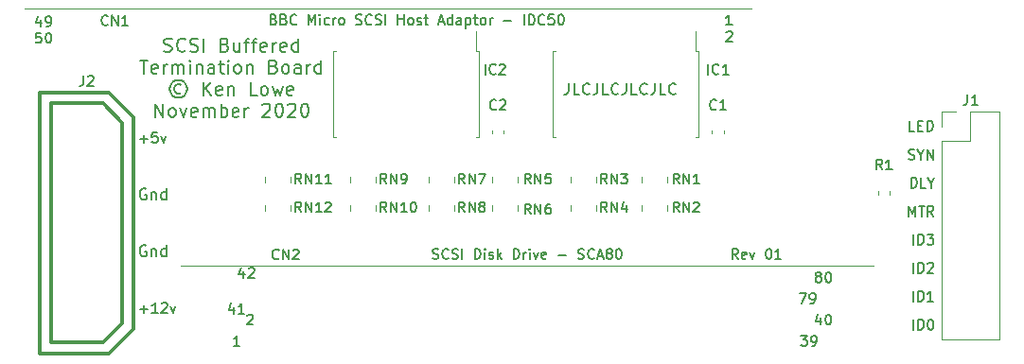
<source format=gbr>
G04 #@! TF.GenerationSoftware,KiCad,Pcbnew,(5.1.5)-3*
G04 #@! TF.CreationDate,2020-11-01T11:49:08+00:00*
G04 #@! TF.ProjectId,SCSIConnectorA,53435349-436f-46e6-9e65-63746f72412e,rev?*
G04 #@! TF.SameCoordinates,Original*
G04 #@! TF.FileFunction,Legend,Top*
G04 #@! TF.FilePolarity,Positive*
%FSLAX46Y46*%
G04 Gerber Fmt 4.6, Leading zero omitted, Abs format (unit mm)*
G04 Created by KiCad (PCBNEW (5.1.5)-3) date 2020-11-01 11:49:08*
%MOMM*%
%LPD*%
G04 APERTURE LIST*
%ADD10C,0.150000*%
%ADD11C,0.120000*%
%ADD12C,0.300000*%
G04 APERTURE END LIST*
D10*
X113512857Y-90482142D02*
X113512857Y-91082142D01*
X113298571Y-90139285D02*
X113084285Y-90782142D01*
X113641428Y-90782142D01*
X114455714Y-91082142D02*
X113941428Y-91082142D01*
X114198571Y-91082142D02*
X114198571Y-90182142D01*
X114112857Y-90310714D01*
X114027142Y-90396428D01*
X113941428Y-90439285D01*
X105126785Y-90659285D02*
X105812500Y-90659285D01*
X105469642Y-91002142D02*
X105469642Y-90316428D01*
X106712500Y-91002142D02*
X106198214Y-91002142D01*
X106455357Y-91002142D02*
X106455357Y-90102142D01*
X106369642Y-90230714D01*
X106283928Y-90316428D01*
X106198214Y-90359285D01*
X107055357Y-90187857D02*
X107098214Y-90145000D01*
X107183928Y-90102142D01*
X107398214Y-90102142D01*
X107483928Y-90145000D01*
X107526785Y-90187857D01*
X107569642Y-90273571D01*
X107569642Y-90359285D01*
X107526785Y-90487857D01*
X107012500Y-91002142D01*
X107569642Y-91002142D01*
X107869642Y-90402142D02*
X108083928Y-91002142D01*
X108298214Y-90402142D01*
X105674404Y-85015000D02*
X105579166Y-84967380D01*
X105436309Y-84967380D01*
X105293452Y-85015000D01*
X105198214Y-85110238D01*
X105150595Y-85205476D01*
X105102976Y-85395952D01*
X105102976Y-85538809D01*
X105150595Y-85729285D01*
X105198214Y-85824523D01*
X105293452Y-85919761D01*
X105436309Y-85967380D01*
X105531547Y-85967380D01*
X105674404Y-85919761D01*
X105722023Y-85872142D01*
X105722023Y-85538809D01*
X105531547Y-85538809D01*
X106150595Y-85300714D02*
X106150595Y-85967380D01*
X106150595Y-85395952D02*
X106198214Y-85348333D01*
X106293452Y-85300714D01*
X106436309Y-85300714D01*
X106531547Y-85348333D01*
X106579166Y-85443571D01*
X106579166Y-85967380D01*
X107483928Y-85967380D02*
X107483928Y-84967380D01*
X107483928Y-85919761D02*
X107388690Y-85967380D01*
X107198214Y-85967380D01*
X107102976Y-85919761D01*
X107055357Y-85872142D01*
X107007738Y-85776904D01*
X107007738Y-85491190D01*
X107055357Y-85395952D01*
X107102976Y-85348333D01*
X107198214Y-85300714D01*
X107388690Y-85300714D01*
X107483928Y-85348333D01*
X105674404Y-79935000D02*
X105579166Y-79887380D01*
X105436309Y-79887380D01*
X105293452Y-79935000D01*
X105198214Y-80030238D01*
X105150595Y-80125476D01*
X105102976Y-80315952D01*
X105102976Y-80458809D01*
X105150595Y-80649285D01*
X105198214Y-80744523D01*
X105293452Y-80839761D01*
X105436309Y-80887380D01*
X105531547Y-80887380D01*
X105674404Y-80839761D01*
X105722023Y-80792142D01*
X105722023Y-80458809D01*
X105531547Y-80458809D01*
X106150595Y-80220714D02*
X106150595Y-80887380D01*
X106150595Y-80315952D02*
X106198214Y-80268333D01*
X106293452Y-80220714D01*
X106436309Y-80220714D01*
X106531547Y-80268333D01*
X106579166Y-80363571D01*
X106579166Y-80887380D01*
X107483928Y-80887380D02*
X107483928Y-79887380D01*
X107483928Y-80839761D02*
X107388690Y-80887380D01*
X107198214Y-80887380D01*
X107102976Y-80839761D01*
X107055357Y-80792142D01*
X107007738Y-80696904D01*
X107007738Y-80411190D01*
X107055357Y-80315952D01*
X107102976Y-80268333D01*
X107198214Y-80220714D01*
X107388690Y-80220714D01*
X107483928Y-80268333D01*
X105126785Y-75419285D02*
X105812500Y-75419285D01*
X105469642Y-75762142D02*
X105469642Y-75076428D01*
X106669642Y-74862142D02*
X106241071Y-74862142D01*
X106198214Y-75290714D01*
X106241071Y-75247857D01*
X106326785Y-75205000D01*
X106541071Y-75205000D01*
X106626785Y-75247857D01*
X106669642Y-75290714D01*
X106712500Y-75376428D01*
X106712500Y-75590714D01*
X106669642Y-75676428D01*
X106626785Y-75719285D01*
X106541071Y-75762142D01*
X106326785Y-75762142D01*
X106241071Y-75719285D01*
X106198214Y-75676428D01*
X107012500Y-75162142D02*
X107226785Y-75762142D01*
X107441071Y-75162142D01*
X143490952Y-70462380D02*
X143490952Y-71176666D01*
X143443333Y-71319523D01*
X143348095Y-71414761D01*
X143205238Y-71462380D01*
X143110000Y-71462380D01*
X144443333Y-71462380D02*
X143967142Y-71462380D01*
X143967142Y-70462380D01*
X145348095Y-71367142D02*
X145300476Y-71414761D01*
X145157619Y-71462380D01*
X145062380Y-71462380D01*
X144919523Y-71414761D01*
X144824285Y-71319523D01*
X144776666Y-71224285D01*
X144729047Y-71033809D01*
X144729047Y-70890952D01*
X144776666Y-70700476D01*
X144824285Y-70605238D01*
X144919523Y-70510000D01*
X145062380Y-70462380D01*
X145157619Y-70462380D01*
X145300476Y-70510000D01*
X145348095Y-70557619D01*
X146062380Y-70462380D02*
X146062380Y-71176666D01*
X146014761Y-71319523D01*
X145919523Y-71414761D01*
X145776666Y-71462380D01*
X145681428Y-71462380D01*
X147014761Y-71462380D02*
X146538571Y-71462380D01*
X146538571Y-70462380D01*
X147919523Y-71367142D02*
X147871904Y-71414761D01*
X147729047Y-71462380D01*
X147633809Y-71462380D01*
X147490952Y-71414761D01*
X147395714Y-71319523D01*
X147348095Y-71224285D01*
X147300476Y-71033809D01*
X147300476Y-70890952D01*
X147348095Y-70700476D01*
X147395714Y-70605238D01*
X147490952Y-70510000D01*
X147633809Y-70462380D01*
X147729047Y-70462380D01*
X147871904Y-70510000D01*
X147919523Y-70557619D01*
X148633809Y-70462380D02*
X148633809Y-71176666D01*
X148586190Y-71319523D01*
X148490952Y-71414761D01*
X148348095Y-71462380D01*
X148252857Y-71462380D01*
X149586190Y-71462380D02*
X149110000Y-71462380D01*
X149110000Y-70462380D01*
X150490952Y-71367142D02*
X150443333Y-71414761D01*
X150300476Y-71462380D01*
X150205238Y-71462380D01*
X150062380Y-71414761D01*
X149967142Y-71319523D01*
X149919523Y-71224285D01*
X149871904Y-71033809D01*
X149871904Y-70890952D01*
X149919523Y-70700476D01*
X149967142Y-70605238D01*
X150062380Y-70510000D01*
X150205238Y-70462380D01*
X150300476Y-70462380D01*
X150443333Y-70510000D01*
X150490952Y-70557619D01*
X151205238Y-70462380D02*
X151205238Y-71176666D01*
X151157619Y-71319523D01*
X151062380Y-71414761D01*
X150919523Y-71462380D01*
X150824285Y-71462380D01*
X152157619Y-71462380D02*
X151681428Y-71462380D01*
X151681428Y-70462380D01*
X153062380Y-71367142D02*
X153014761Y-71414761D01*
X152871904Y-71462380D01*
X152776666Y-71462380D01*
X152633809Y-71414761D01*
X152538571Y-71319523D01*
X152490952Y-71224285D01*
X152443333Y-71033809D01*
X152443333Y-70890952D01*
X152490952Y-70700476D01*
X152538571Y-70605238D01*
X152633809Y-70510000D01*
X152776666Y-70462380D01*
X152871904Y-70462380D01*
X153014761Y-70510000D01*
X153062380Y-70557619D01*
X107295428Y-67581714D02*
X107466857Y-67638857D01*
X107752571Y-67638857D01*
X107866857Y-67581714D01*
X107924000Y-67524571D01*
X107981142Y-67410285D01*
X107981142Y-67296000D01*
X107924000Y-67181714D01*
X107866857Y-67124571D01*
X107752571Y-67067428D01*
X107524000Y-67010285D01*
X107409714Y-66953142D01*
X107352571Y-66896000D01*
X107295428Y-66781714D01*
X107295428Y-66667428D01*
X107352571Y-66553142D01*
X107409714Y-66496000D01*
X107524000Y-66438857D01*
X107809714Y-66438857D01*
X107981142Y-66496000D01*
X109181142Y-67524571D02*
X109124000Y-67581714D01*
X108952571Y-67638857D01*
X108838285Y-67638857D01*
X108666857Y-67581714D01*
X108552571Y-67467428D01*
X108495428Y-67353142D01*
X108438285Y-67124571D01*
X108438285Y-66953142D01*
X108495428Y-66724571D01*
X108552571Y-66610285D01*
X108666857Y-66496000D01*
X108838285Y-66438857D01*
X108952571Y-66438857D01*
X109124000Y-66496000D01*
X109181142Y-66553142D01*
X109638285Y-67581714D02*
X109809714Y-67638857D01*
X110095428Y-67638857D01*
X110209714Y-67581714D01*
X110266857Y-67524571D01*
X110324000Y-67410285D01*
X110324000Y-67296000D01*
X110266857Y-67181714D01*
X110209714Y-67124571D01*
X110095428Y-67067428D01*
X109866857Y-67010285D01*
X109752571Y-66953142D01*
X109695428Y-66896000D01*
X109638285Y-66781714D01*
X109638285Y-66667428D01*
X109695428Y-66553142D01*
X109752571Y-66496000D01*
X109866857Y-66438857D01*
X110152571Y-66438857D01*
X110324000Y-66496000D01*
X110838285Y-67638857D02*
X110838285Y-66438857D01*
X112724000Y-67010285D02*
X112895428Y-67067428D01*
X112952571Y-67124571D01*
X113009714Y-67238857D01*
X113009714Y-67410285D01*
X112952571Y-67524571D01*
X112895428Y-67581714D01*
X112781142Y-67638857D01*
X112324000Y-67638857D01*
X112324000Y-66438857D01*
X112724000Y-66438857D01*
X112838285Y-66496000D01*
X112895428Y-66553142D01*
X112952571Y-66667428D01*
X112952571Y-66781714D01*
X112895428Y-66896000D01*
X112838285Y-66953142D01*
X112724000Y-67010285D01*
X112324000Y-67010285D01*
X114038285Y-66838857D02*
X114038285Y-67638857D01*
X113524000Y-66838857D02*
X113524000Y-67467428D01*
X113581142Y-67581714D01*
X113695428Y-67638857D01*
X113866857Y-67638857D01*
X113981142Y-67581714D01*
X114038285Y-67524571D01*
X114438285Y-66838857D02*
X114895428Y-66838857D01*
X114609714Y-67638857D02*
X114609714Y-66610285D01*
X114666857Y-66496000D01*
X114781142Y-66438857D01*
X114895428Y-66438857D01*
X115124000Y-66838857D02*
X115581142Y-66838857D01*
X115295428Y-67638857D02*
X115295428Y-66610285D01*
X115352571Y-66496000D01*
X115466857Y-66438857D01*
X115581142Y-66438857D01*
X116438285Y-67581714D02*
X116324000Y-67638857D01*
X116095428Y-67638857D01*
X115981142Y-67581714D01*
X115924000Y-67467428D01*
X115924000Y-67010285D01*
X115981142Y-66896000D01*
X116095428Y-66838857D01*
X116324000Y-66838857D01*
X116438285Y-66896000D01*
X116495428Y-67010285D01*
X116495428Y-67124571D01*
X115924000Y-67238857D01*
X117009714Y-67638857D02*
X117009714Y-66838857D01*
X117009714Y-67067428D02*
X117066857Y-66953142D01*
X117124000Y-66896000D01*
X117238285Y-66838857D01*
X117352571Y-66838857D01*
X118209714Y-67581714D02*
X118095428Y-67638857D01*
X117866857Y-67638857D01*
X117752571Y-67581714D01*
X117695428Y-67467428D01*
X117695428Y-67010285D01*
X117752571Y-66896000D01*
X117866857Y-66838857D01*
X118095428Y-66838857D01*
X118209714Y-66896000D01*
X118266857Y-67010285D01*
X118266857Y-67124571D01*
X117695428Y-67238857D01*
X119295428Y-67638857D02*
X119295428Y-66438857D01*
X119295428Y-67581714D02*
X119181142Y-67638857D01*
X118952571Y-67638857D01*
X118838285Y-67581714D01*
X118781142Y-67524571D01*
X118724000Y-67410285D01*
X118724000Y-67067428D01*
X118781142Y-66953142D01*
X118838285Y-66896000D01*
X118952571Y-66838857D01*
X119181142Y-66838857D01*
X119295428Y-66896000D01*
X105152571Y-68388857D02*
X105838285Y-68388857D01*
X105495428Y-69588857D02*
X105495428Y-68388857D01*
X106695428Y-69531714D02*
X106581142Y-69588857D01*
X106352571Y-69588857D01*
X106238285Y-69531714D01*
X106181142Y-69417428D01*
X106181142Y-68960285D01*
X106238285Y-68846000D01*
X106352571Y-68788857D01*
X106581142Y-68788857D01*
X106695428Y-68846000D01*
X106752571Y-68960285D01*
X106752571Y-69074571D01*
X106181142Y-69188857D01*
X107266857Y-69588857D02*
X107266857Y-68788857D01*
X107266857Y-69017428D02*
X107324000Y-68903142D01*
X107381142Y-68846000D01*
X107495428Y-68788857D01*
X107609714Y-68788857D01*
X108009714Y-69588857D02*
X108009714Y-68788857D01*
X108009714Y-68903142D02*
X108066857Y-68846000D01*
X108181142Y-68788857D01*
X108352571Y-68788857D01*
X108466857Y-68846000D01*
X108524000Y-68960285D01*
X108524000Y-69588857D01*
X108524000Y-68960285D02*
X108581142Y-68846000D01*
X108695428Y-68788857D01*
X108866857Y-68788857D01*
X108981142Y-68846000D01*
X109038285Y-68960285D01*
X109038285Y-69588857D01*
X109609714Y-69588857D02*
X109609714Y-68788857D01*
X109609714Y-68388857D02*
X109552571Y-68446000D01*
X109609714Y-68503142D01*
X109666857Y-68446000D01*
X109609714Y-68388857D01*
X109609714Y-68503142D01*
X110181142Y-68788857D02*
X110181142Y-69588857D01*
X110181142Y-68903142D02*
X110238285Y-68846000D01*
X110352571Y-68788857D01*
X110524000Y-68788857D01*
X110638285Y-68846000D01*
X110695428Y-68960285D01*
X110695428Y-69588857D01*
X111781142Y-69588857D02*
X111781142Y-68960285D01*
X111724000Y-68846000D01*
X111609714Y-68788857D01*
X111381142Y-68788857D01*
X111266857Y-68846000D01*
X111781142Y-69531714D02*
X111666857Y-69588857D01*
X111381142Y-69588857D01*
X111266857Y-69531714D01*
X111209714Y-69417428D01*
X111209714Y-69303142D01*
X111266857Y-69188857D01*
X111381142Y-69131714D01*
X111666857Y-69131714D01*
X111781142Y-69074571D01*
X112181142Y-68788857D02*
X112638285Y-68788857D01*
X112352571Y-68388857D02*
X112352571Y-69417428D01*
X112409714Y-69531714D01*
X112524000Y-69588857D01*
X112638285Y-69588857D01*
X113038285Y-69588857D02*
X113038285Y-68788857D01*
X113038285Y-68388857D02*
X112981142Y-68446000D01*
X113038285Y-68503142D01*
X113095428Y-68446000D01*
X113038285Y-68388857D01*
X113038285Y-68503142D01*
X113781142Y-69588857D02*
X113666857Y-69531714D01*
X113609714Y-69474571D01*
X113552571Y-69360285D01*
X113552571Y-69017428D01*
X113609714Y-68903142D01*
X113666857Y-68846000D01*
X113781142Y-68788857D01*
X113952571Y-68788857D01*
X114066857Y-68846000D01*
X114124000Y-68903142D01*
X114181142Y-69017428D01*
X114181142Y-69360285D01*
X114124000Y-69474571D01*
X114066857Y-69531714D01*
X113952571Y-69588857D01*
X113781142Y-69588857D01*
X114695428Y-68788857D02*
X114695428Y-69588857D01*
X114695428Y-68903142D02*
X114752571Y-68846000D01*
X114866857Y-68788857D01*
X115038285Y-68788857D01*
X115152571Y-68846000D01*
X115209714Y-68960285D01*
X115209714Y-69588857D01*
X117095428Y-68960285D02*
X117266857Y-69017428D01*
X117324000Y-69074571D01*
X117381142Y-69188857D01*
X117381142Y-69360285D01*
X117324000Y-69474571D01*
X117266857Y-69531714D01*
X117152571Y-69588857D01*
X116695428Y-69588857D01*
X116695428Y-68388857D01*
X117095428Y-68388857D01*
X117209714Y-68446000D01*
X117266857Y-68503142D01*
X117324000Y-68617428D01*
X117324000Y-68731714D01*
X117266857Y-68846000D01*
X117209714Y-68903142D01*
X117095428Y-68960285D01*
X116695428Y-68960285D01*
X118066857Y-69588857D02*
X117952571Y-69531714D01*
X117895428Y-69474571D01*
X117838285Y-69360285D01*
X117838285Y-69017428D01*
X117895428Y-68903142D01*
X117952571Y-68846000D01*
X118066857Y-68788857D01*
X118238285Y-68788857D01*
X118352571Y-68846000D01*
X118409714Y-68903142D01*
X118466857Y-69017428D01*
X118466857Y-69360285D01*
X118409714Y-69474571D01*
X118352571Y-69531714D01*
X118238285Y-69588857D01*
X118066857Y-69588857D01*
X119495428Y-69588857D02*
X119495428Y-68960285D01*
X119438285Y-68846000D01*
X119324000Y-68788857D01*
X119095428Y-68788857D01*
X118981142Y-68846000D01*
X119495428Y-69531714D02*
X119381142Y-69588857D01*
X119095428Y-69588857D01*
X118981142Y-69531714D01*
X118924000Y-69417428D01*
X118924000Y-69303142D01*
X118981142Y-69188857D01*
X119095428Y-69131714D01*
X119381142Y-69131714D01*
X119495428Y-69074571D01*
X120066857Y-69588857D02*
X120066857Y-68788857D01*
X120066857Y-69017428D02*
X120124000Y-68903142D01*
X120181142Y-68846000D01*
X120295428Y-68788857D01*
X120409714Y-68788857D01*
X121324000Y-69588857D02*
X121324000Y-68388857D01*
X121324000Y-69531714D02*
X121209714Y-69588857D01*
X120981142Y-69588857D01*
X120866857Y-69531714D01*
X120809714Y-69474571D01*
X120752571Y-69360285D01*
X120752571Y-69017428D01*
X120809714Y-68903142D01*
X120866857Y-68846000D01*
X120981142Y-68788857D01*
X121209714Y-68788857D01*
X121324000Y-68846000D01*
X108809714Y-70624571D02*
X108695428Y-70567428D01*
X108466857Y-70567428D01*
X108352571Y-70624571D01*
X108238285Y-70738857D01*
X108181142Y-70853142D01*
X108181142Y-71081714D01*
X108238285Y-71196000D01*
X108352571Y-71310285D01*
X108466857Y-71367428D01*
X108695428Y-71367428D01*
X108809714Y-71310285D01*
X108581142Y-70167428D02*
X108295428Y-70224571D01*
X108009714Y-70396000D01*
X107838285Y-70681714D01*
X107781142Y-70967428D01*
X107838285Y-71253142D01*
X108009714Y-71538857D01*
X108295428Y-71710285D01*
X108581142Y-71767428D01*
X108866857Y-71710285D01*
X109152571Y-71538857D01*
X109324000Y-71253142D01*
X109381142Y-70967428D01*
X109324000Y-70681714D01*
X109152571Y-70396000D01*
X108866857Y-70224571D01*
X108581142Y-70167428D01*
X110809714Y-71538857D02*
X110809714Y-70338857D01*
X111495428Y-71538857D02*
X110981142Y-70853142D01*
X111495428Y-70338857D02*
X110809714Y-71024571D01*
X112466857Y-71481714D02*
X112352571Y-71538857D01*
X112124000Y-71538857D01*
X112009714Y-71481714D01*
X111952571Y-71367428D01*
X111952571Y-70910285D01*
X112009714Y-70796000D01*
X112124000Y-70738857D01*
X112352571Y-70738857D01*
X112466857Y-70796000D01*
X112524000Y-70910285D01*
X112524000Y-71024571D01*
X111952571Y-71138857D01*
X113038285Y-70738857D02*
X113038285Y-71538857D01*
X113038285Y-70853142D02*
X113095428Y-70796000D01*
X113209714Y-70738857D01*
X113381142Y-70738857D01*
X113495428Y-70796000D01*
X113552571Y-70910285D01*
X113552571Y-71538857D01*
X115609714Y-71538857D02*
X115038285Y-71538857D01*
X115038285Y-70338857D01*
X116181142Y-71538857D02*
X116066857Y-71481714D01*
X116009714Y-71424571D01*
X115952571Y-71310285D01*
X115952571Y-70967428D01*
X116009714Y-70853142D01*
X116066857Y-70796000D01*
X116181142Y-70738857D01*
X116352571Y-70738857D01*
X116466857Y-70796000D01*
X116524000Y-70853142D01*
X116581142Y-70967428D01*
X116581142Y-71310285D01*
X116524000Y-71424571D01*
X116466857Y-71481714D01*
X116352571Y-71538857D01*
X116181142Y-71538857D01*
X116981142Y-70738857D02*
X117209714Y-71538857D01*
X117438285Y-70967428D01*
X117666857Y-71538857D01*
X117895428Y-70738857D01*
X118809714Y-71481714D02*
X118695428Y-71538857D01*
X118466857Y-71538857D01*
X118352571Y-71481714D01*
X118295428Y-71367428D01*
X118295428Y-70910285D01*
X118352571Y-70796000D01*
X118466857Y-70738857D01*
X118695428Y-70738857D01*
X118809714Y-70796000D01*
X118866857Y-70910285D01*
X118866857Y-71024571D01*
X118295428Y-71138857D01*
X106495428Y-73488857D02*
X106495428Y-72288857D01*
X107181142Y-73488857D01*
X107181142Y-72288857D01*
X107924000Y-73488857D02*
X107809714Y-73431714D01*
X107752571Y-73374571D01*
X107695428Y-73260285D01*
X107695428Y-72917428D01*
X107752571Y-72803142D01*
X107809714Y-72746000D01*
X107924000Y-72688857D01*
X108095428Y-72688857D01*
X108209714Y-72746000D01*
X108266857Y-72803142D01*
X108324000Y-72917428D01*
X108324000Y-73260285D01*
X108266857Y-73374571D01*
X108209714Y-73431714D01*
X108095428Y-73488857D01*
X107924000Y-73488857D01*
X108724000Y-72688857D02*
X109009714Y-73488857D01*
X109295428Y-72688857D01*
X110209714Y-73431714D02*
X110095428Y-73488857D01*
X109866857Y-73488857D01*
X109752571Y-73431714D01*
X109695428Y-73317428D01*
X109695428Y-72860285D01*
X109752571Y-72746000D01*
X109866857Y-72688857D01*
X110095428Y-72688857D01*
X110209714Y-72746000D01*
X110266857Y-72860285D01*
X110266857Y-72974571D01*
X109695428Y-73088857D01*
X110781142Y-73488857D02*
X110781142Y-72688857D01*
X110781142Y-72803142D02*
X110838285Y-72746000D01*
X110952571Y-72688857D01*
X111124000Y-72688857D01*
X111238285Y-72746000D01*
X111295428Y-72860285D01*
X111295428Y-73488857D01*
X111295428Y-72860285D02*
X111352571Y-72746000D01*
X111466857Y-72688857D01*
X111638285Y-72688857D01*
X111752571Y-72746000D01*
X111809714Y-72860285D01*
X111809714Y-73488857D01*
X112381142Y-73488857D02*
X112381142Y-72288857D01*
X112381142Y-72746000D02*
X112495428Y-72688857D01*
X112724000Y-72688857D01*
X112838285Y-72746000D01*
X112895428Y-72803142D01*
X112952571Y-72917428D01*
X112952571Y-73260285D01*
X112895428Y-73374571D01*
X112838285Y-73431714D01*
X112724000Y-73488857D01*
X112495428Y-73488857D01*
X112381142Y-73431714D01*
X113924000Y-73431714D02*
X113809714Y-73488857D01*
X113581142Y-73488857D01*
X113466857Y-73431714D01*
X113409714Y-73317428D01*
X113409714Y-72860285D01*
X113466857Y-72746000D01*
X113581142Y-72688857D01*
X113809714Y-72688857D01*
X113924000Y-72746000D01*
X113981142Y-72860285D01*
X113981142Y-72974571D01*
X113409714Y-73088857D01*
X114495428Y-73488857D02*
X114495428Y-72688857D01*
X114495428Y-72917428D02*
X114552571Y-72803142D01*
X114609714Y-72746000D01*
X114724000Y-72688857D01*
X114838285Y-72688857D01*
X116095428Y-72403142D02*
X116152571Y-72346000D01*
X116266857Y-72288857D01*
X116552571Y-72288857D01*
X116666857Y-72346000D01*
X116724000Y-72403142D01*
X116781142Y-72517428D01*
X116781142Y-72631714D01*
X116724000Y-72803142D01*
X116038285Y-73488857D01*
X116781142Y-73488857D01*
X117524000Y-72288857D02*
X117638285Y-72288857D01*
X117752571Y-72346000D01*
X117809714Y-72403142D01*
X117866857Y-72517428D01*
X117924000Y-72746000D01*
X117924000Y-73031714D01*
X117866857Y-73260285D01*
X117809714Y-73374571D01*
X117752571Y-73431714D01*
X117638285Y-73488857D01*
X117524000Y-73488857D01*
X117409714Y-73431714D01*
X117352571Y-73374571D01*
X117295428Y-73260285D01*
X117238285Y-73031714D01*
X117238285Y-72746000D01*
X117295428Y-72517428D01*
X117352571Y-72403142D01*
X117409714Y-72346000D01*
X117524000Y-72288857D01*
X118381142Y-72403142D02*
X118438285Y-72346000D01*
X118552571Y-72288857D01*
X118838285Y-72288857D01*
X118952571Y-72346000D01*
X119009714Y-72403142D01*
X119066857Y-72517428D01*
X119066857Y-72631714D01*
X119009714Y-72803142D01*
X118324000Y-73488857D01*
X119066857Y-73488857D01*
X119809714Y-72288857D02*
X119924000Y-72288857D01*
X120038285Y-72346000D01*
X120095428Y-72403142D01*
X120152571Y-72517428D01*
X120209714Y-72746000D01*
X120209714Y-73031714D01*
X120152571Y-73260285D01*
X120095428Y-73374571D01*
X120038285Y-73431714D01*
X119924000Y-73488857D01*
X119809714Y-73488857D01*
X119695428Y-73431714D01*
X119638285Y-73374571D01*
X119581142Y-73260285D01*
X119524000Y-73031714D01*
X119524000Y-72746000D01*
X119581142Y-72517428D01*
X119638285Y-72403142D01*
X119695428Y-72346000D01*
X119809714Y-72288857D01*
X117113142Y-64741714D02*
X117241714Y-64784571D01*
X117284571Y-64827428D01*
X117327428Y-64913142D01*
X117327428Y-65041714D01*
X117284571Y-65127428D01*
X117241714Y-65170285D01*
X117155999Y-65213142D01*
X116813142Y-65213142D01*
X116813142Y-64313142D01*
X117113142Y-64313142D01*
X117198857Y-64356000D01*
X117241714Y-64398857D01*
X117284571Y-64484571D01*
X117284571Y-64570285D01*
X117241714Y-64656000D01*
X117198857Y-64698857D01*
X117113142Y-64741714D01*
X116813142Y-64741714D01*
X118013142Y-64741714D02*
X118141714Y-64784571D01*
X118184571Y-64827428D01*
X118227428Y-64913142D01*
X118227428Y-65041714D01*
X118184571Y-65127428D01*
X118141714Y-65170285D01*
X118055999Y-65213142D01*
X117713142Y-65213142D01*
X117713142Y-64313142D01*
X118013142Y-64313142D01*
X118098857Y-64356000D01*
X118141714Y-64398857D01*
X118184571Y-64484571D01*
X118184571Y-64570285D01*
X118141714Y-64656000D01*
X118098857Y-64698857D01*
X118013142Y-64741714D01*
X117713142Y-64741714D01*
X119127428Y-65127428D02*
X119084571Y-65170285D01*
X118955999Y-65213142D01*
X118870285Y-65213142D01*
X118741714Y-65170285D01*
X118655999Y-65084571D01*
X118613142Y-64998857D01*
X118570285Y-64827428D01*
X118570285Y-64698857D01*
X118613142Y-64527428D01*
X118655999Y-64441714D01*
X118741714Y-64356000D01*
X118870285Y-64313142D01*
X118955999Y-64313142D01*
X119084571Y-64356000D01*
X119127428Y-64398857D01*
X120198857Y-65213142D02*
X120198857Y-64313142D01*
X120498857Y-64956000D01*
X120798857Y-64313142D01*
X120798857Y-65213142D01*
X121227428Y-65213142D02*
X121227428Y-64613142D01*
X121227428Y-64313142D02*
X121184571Y-64356000D01*
X121227428Y-64398857D01*
X121270285Y-64356000D01*
X121227428Y-64313142D01*
X121227428Y-64398857D01*
X122041714Y-65170285D02*
X121955999Y-65213142D01*
X121784571Y-65213142D01*
X121698857Y-65170285D01*
X121655999Y-65127428D01*
X121613142Y-65041714D01*
X121613142Y-64784571D01*
X121655999Y-64698857D01*
X121698857Y-64656000D01*
X121784571Y-64613142D01*
X121955999Y-64613142D01*
X122041714Y-64656000D01*
X122427428Y-65213142D02*
X122427428Y-64613142D01*
X122427428Y-64784571D02*
X122470285Y-64698857D01*
X122513142Y-64656000D01*
X122598857Y-64613142D01*
X122684571Y-64613142D01*
X123113142Y-65213142D02*
X123027428Y-65170285D01*
X122984571Y-65127428D01*
X122941714Y-65041714D01*
X122941714Y-64784571D01*
X122984571Y-64698857D01*
X123027428Y-64656000D01*
X123113142Y-64613142D01*
X123241714Y-64613142D01*
X123327428Y-64656000D01*
X123370285Y-64698857D01*
X123413142Y-64784571D01*
X123413142Y-65041714D01*
X123370285Y-65127428D01*
X123327428Y-65170285D01*
X123241714Y-65213142D01*
X123113142Y-65213142D01*
X124441714Y-65170285D02*
X124570285Y-65213142D01*
X124784571Y-65213142D01*
X124870285Y-65170285D01*
X124913142Y-65127428D01*
X124955999Y-65041714D01*
X124955999Y-64956000D01*
X124913142Y-64870285D01*
X124870285Y-64827428D01*
X124784571Y-64784571D01*
X124613142Y-64741714D01*
X124527428Y-64698857D01*
X124484571Y-64656000D01*
X124441714Y-64570285D01*
X124441714Y-64484571D01*
X124484571Y-64398857D01*
X124527428Y-64356000D01*
X124613142Y-64313142D01*
X124827428Y-64313142D01*
X124955999Y-64356000D01*
X125855999Y-65127428D02*
X125813142Y-65170285D01*
X125684571Y-65213142D01*
X125598857Y-65213142D01*
X125470285Y-65170285D01*
X125384571Y-65084571D01*
X125341714Y-64998857D01*
X125298857Y-64827428D01*
X125298857Y-64698857D01*
X125341714Y-64527428D01*
X125384571Y-64441714D01*
X125470285Y-64356000D01*
X125598857Y-64313142D01*
X125684571Y-64313142D01*
X125813142Y-64356000D01*
X125855999Y-64398857D01*
X126198857Y-65170285D02*
X126327428Y-65213142D01*
X126541714Y-65213142D01*
X126627428Y-65170285D01*
X126670285Y-65127428D01*
X126713142Y-65041714D01*
X126713142Y-64956000D01*
X126670285Y-64870285D01*
X126627428Y-64827428D01*
X126541714Y-64784571D01*
X126370285Y-64741714D01*
X126284571Y-64698857D01*
X126241714Y-64656000D01*
X126198857Y-64570285D01*
X126198857Y-64484571D01*
X126241714Y-64398857D01*
X126284571Y-64356000D01*
X126370285Y-64313142D01*
X126584571Y-64313142D01*
X126713142Y-64356000D01*
X127098857Y-65213142D02*
X127098857Y-64313142D01*
X128213142Y-65213142D02*
X128213142Y-64313142D01*
X128213142Y-64741714D02*
X128727428Y-64741714D01*
X128727428Y-65213142D02*
X128727428Y-64313142D01*
X129284571Y-65213142D02*
X129198857Y-65170285D01*
X129155999Y-65127428D01*
X129113142Y-65041714D01*
X129113142Y-64784571D01*
X129155999Y-64698857D01*
X129198857Y-64656000D01*
X129284571Y-64613142D01*
X129413142Y-64613142D01*
X129498857Y-64656000D01*
X129541714Y-64698857D01*
X129584571Y-64784571D01*
X129584571Y-65041714D01*
X129541714Y-65127428D01*
X129498857Y-65170285D01*
X129413142Y-65213142D01*
X129284571Y-65213142D01*
X129927428Y-65170285D02*
X130013142Y-65213142D01*
X130184571Y-65213142D01*
X130270285Y-65170285D01*
X130313142Y-65084571D01*
X130313142Y-65041714D01*
X130270285Y-64956000D01*
X130184571Y-64913142D01*
X130055999Y-64913142D01*
X129970285Y-64870285D01*
X129927428Y-64784571D01*
X129927428Y-64741714D01*
X129970285Y-64656000D01*
X130055999Y-64613142D01*
X130184571Y-64613142D01*
X130270285Y-64656000D01*
X130570285Y-64613142D02*
X130913142Y-64613142D01*
X130698857Y-64313142D02*
X130698857Y-65084571D01*
X130741714Y-65170285D01*
X130827428Y-65213142D01*
X130913142Y-65213142D01*
X131855999Y-64956000D02*
X132284571Y-64956000D01*
X131770285Y-65213142D02*
X132070285Y-64313142D01*
X132370285Y-65213142D01*
X133055999Y-65213142D02*
X133055999Y-64313142D01*
X133055999Y-65170285D02*
X132970285Y-65213142D01*
X132798857Y-65213142D01*
X132713142Y-65170285D01*
X132670285Y-65127428D01*
X132627428Y-65041714D01*
X132627428Y-64784571D01*
X132670285Y-64698857D01*
X132713142Y-64656000D01*
X132798857Y-64613142D01*
X132970285Y-64613142D01*
X133055999Y-64656000D01*
X133870285Y-65213142D02*
X133870285Y-64741714D01*
X133827428Y-64656000D01*
X133741714Y-64613142D01*
X133570285Y-64613142D01*
X133484571Y-64656000D01*
X133870285Y-65170285D02*
X133784571Y-65213142D01*
X133570285Y-65213142D01*
X133484571Y-65170285D01*
X133441714Y-65084571D01*
X133441714Y-64998857D01*
X133484571Y-64913142D01*
X133570285Y-64870285D01*
X133784571Y-64870285D01*
X133870285Y-64827428D01*
X134298857Y-64613142D02*
X134298857Y-65513142D01*
X134298857Y-64656000D02*
X134384571Y-64613142D01*
X134556000Y-64613142D01*
X134641714Y-64656000D01*
X134684571Y-64698857D01*
X134727428Y-64784571D01*
X134727428Y-65041714D01*
X134684571Y-65127428D01*
X134641714Y-65170285D01*
X134556000Y-65213142D01*
X134384571Y-65213142D01*
X134298857Y-65170285D01*
X134984571Y-64613142D02*
X135327428Y-64613142D01*
X135113142Y-64313142D02*
X135113142Y-65084571D01*
X135156000Y-65170285D01*
X135241714Y-65213142D01*
X135327428Y-65213142D01*
X135756000Y-65213142D02*
X135670285Y-65170285D01*
X135627428Y-65127428D01*
X135584571Y-65041714D01*
X135584571Y-64784571D01*
X135627428Y-64698857D01*
X135670285Y-64656000D01*
X135756000Y-64613142D01*
X135884571Y-64613142D01*
X135970285Y-64656000D01*
X136013142Y-64698857D01*
X136056000Y-64784571D01*
X136056000Y-65041714D01*
X136013142Y-65127428D01*
X135970285Y-65170285D01*
X135884571Y-65213142D01*
X135756000Y-65213142D01*
X136441714Y-65213142D02*
X136441714Y-64613142D01*
X136441714Y-64784571D02*
X136484571Y-64698857D01*
X136527428Y-64656000D01*
X136613142Y-64613142D01*
X136698857Y-64613142D01*
X137684571Y-64870285D02*
X138370285Y-64870285D01*
X139484571Y-65213142D02*
X139484571Y-64313142D01*
X139913142Y-65213142D02*
X139913142Y-64313142D01*
X140127428Y-64313142D01*
X140256000Y-64356000D01*
X140341714Y-64441714D01*
X140384571Y-64527428D01*
X140427428Y-64698857D01*
X140427428Y-64827428D01*
X140384571Y-64998857D01*
X140341714Y-65084571D01*
X140256000Y-65170285D01*
X140127428Y-65213142D01*
X139913142Y-65213142D01*
X141327428Y-65127428D02*
X141284571Y-65170285D01*
X141156000Y-65213142D01*
X141070285Y-65213142D01*
X140941714Y-65170285D01*
X140856000Y-65084571D01*
X140813142Y-64998857D01*
X140770285Y-64827428D01*
X140770285Y-64698857D01*
X140813142Y-64527428D01*
X140856000Y-64441714D01*
X140941714Y-64356000D01*
X141070285Y-64313142D01*
X141156000Y-64313142D01*
X141284571Y-64356000D01*
X141327428Y-64398857D01*
X142141714Y-64313142D02*
X141713142Y-64313142D01*
X141670285Y-64741714D01*
X141713142Y-64698857D01*
X141798857Y-64656000D01*
X142013142Y-64656000D01*
X142098857Y-64698857D01*
X142141714Y-64741714D01*
X142184571Y-64827428D01*
X142184571Y-65041714D01*
X142141714Y-65127428D01*
X142098857Y-65170285D01*
X142013142Y-65213142D01*
X141798857Y-65213142D01*
X141713142Y-65170285D01*
X141670285Y-65127428D01*
X142741714Y-64313142D02*
X142827428Y-64313142D01*
X142913142Y-64356000D01*
X142956000Y-64398857D01*
X142998857Y-64484571D01*
X143041714Y-64656000D01*
X143041714Y-64870285D01*
X142998857Y-65041714D01*
X142956000Y-65127428D01*
X142913142Y-65170285D01*
X142827428Y-65213142D01*
X142741714Y-65213142D01*
X142656000Y-65170285D01*
X142613142Y-65127428D01*
X142570285Y-65041714D01*
X142527428Y-64870285D01*
X142527428Y-64656000D01*
X142570285Y-64484571D01*
X142613142Y-64398857D01*
X142656000Y-64356000D01*
X142741714Y-64313142D01*
X158620000Y-86182142D02*
X158320000Y-85753571D01*
X158105714Y-86182142D02*
X158105714Y-85282142D01*
X158448571Y-85282142D01*
X158534285Y-85325000D01*
X158577142Y-85367857D01*
X158620000Y-85453571D01*
X158620000Y-85582142D01*
X158577142Y-85667857D01*
X158534285Y-85710714D01*
X158448571Y-85753571D01*
X158105714Y-85753571D01*
X159348571Y-86139285D02*
X159262857Y-86182142D01*
X159091428Y-86182142D01*
X159005714Y-86139285D01*
X158962857Y-86053571D01*
X158962857Y-85710714D01*
X159005714Y-85625000D01*
X159091428Y-85582142D01*
X159262857Y-85582142D01*
X159348571Y-85625000D01*
X159391428Y-85710714D01*
X159391428Y-85796428D01*
X158962857Y-85882142D01*
X159691428Y-85582142D02*
X159905714Y-86182142D01*
X160120000Y-85582142D01*
X161320000Y-85282142D02*
X161405714Y-85282142D01*
X161491428Y-85325000D01*
X161534285Y-85367857D01*
X161577142Y-85453571D01*
X161620000Y-85625000D01*
X161620000Y-85839285D01*
X161577142Y-86010714D01*
X161534285Y-86096428D01*
X161491428Y-86139285D01*
X161405714Y-86182142D01*
X161320000Y-86182142D01*
X161234285Y-86139285D01*
X161191428Y-86096428D01*
X161148571Y-86010714D01*
X161105714Y-85839285D01*
X161105714Y-85625000D01*
X161148571Y-85453571D01*
X161191428Y-85367857D01*
X161234285Y-85325000D01*
X161320000Y-85282142D01*
X162477142Y-86182142D02*
X161962857Y-86182142D01*
X162220000Y-86182142D02*
X162220000Y-85282142D01*
X162134285Y-85410714D01*
X162048571Y-85496428D01*
X161962857Y-85539285D01*
X131305714Y-86139285D02*
X131434285Y-86182142D01*
X131648571Y-86182142D01*
X131734285Y-86139285D01*
X131777142Y-86096428D01*
X131820000Y-86010714D01*
X131820000Y-85925000D01*
X131777142Y-85839285D01*
X131734285Y-85796428D01*
X131648571Y-85753571D01*
X131477142Y-85710714D01*
X131391428Y-85667857D01*
X131348571Y-85625000D01*
X131305714Y-85539285D01*
X131305714Y-85453571D01*
X131348571Y-85367857D01*
X131391428Y-85325000D01*
X131477142Y-85282142D01*
X131691428Y-85282142D01*
X131820000Y-85325000D01*
X132720000Y-86096428D02*
X132677142Y-86139285D01*
X132548571Y-86182142D01*
X132462857Y-86182142D01*
X132334285Y-86139285D01*
X132248571Y-86053571D01*
X132205714Y-85967857D01*
X132162857Y-85796428D01*
X132162857Y-85667857D01*
X132205714Y-85496428D01*
X132248571Y-85410714D01*
X132334285Y-85325000D01*
X132462857Y-85282142D01*
X132548571Y-85282142D01*
X132677142Y-85325000D01*
X132720000Y-85367857D01*
X133062857Y-86139285D02*
X133191428Y-86182142D01*
X133405714Y-86182142D01*
X133491428Y-86139285D01*
X133534285Y-86096428D01*
X133577142Y-86010714D01*
X133577142Y-85925000D01*
X133534285Y-85839285D01*
X133491428Y-85796428D01*
X133405714Y-85753571D01*
X133234285Y-85710714D01*
X133148571Y-85667857D01*
X133105714Y-85625000D01*
X133062857Y-85539285D01*
X133062857Y-85453571D01*
X133105714Y-85367857D01*
X133148571Y-85325000D01*
X133234285Y-85282142D01*
X133448571Y-85282142D01*
X133577142Y-85325000D01*
X133962857Y-86182142D02*
X133962857Y-85282142D01*
X135077142Y-86182142D02*
X135077142Y-85282142D01*
X135291428Y-85282142D01*
X135420000Y-85325000D01*
X135505714Y-85410714D01*
X135548571Y-85496428D01*
X135591428Y-85667857D01*
X135591428Y-85796428D01*
X135548571Y-85967857D01*
X135505714Y-86053571D01*
X135420000Y-86139285D01*
X135291428Y-86182142D01*
X135077142Y-86182142D01*
X135977142Y-86182142D02*
X135977142Y-85582142D01*
X135977142Y-85282142D02*
X135934285Y-85325000D01*
X135977142Y-85367857D01*
X136020000Y-85325000D01*
X135977142Y-85282142D01*
X135977142Y-85367857D01*
X136362857Y-86139285D02*
X136448571Y-86182142D01*
X136620000Y-86182142D01*
X136705714Y-86139285D01*
X136748571Y-86053571D01*
X136748571Y-86010714D01*
X136705714Y-85925000D01*
X136620000Y-85882142D01*
X136491428Y-85882142D01*
X136405714Y-85839285D01*
X136362857Y-85753571D01*
X136362857Y-85710714D01*
X136405714Y-85625000D01*
X136491428Y-85582142D01*
X136620000Y-85582142D01*
X136705714Y-85625000D01*
X137134285Y-86182142D02*
X137134285Y-85282142D01*
X137220000Y-85839285D02*
X137477142Y-86182142D01*
X137477142Y-85582142D02*
X137134285Y-85925000D01*
X138548571Y-86182142D02*
X138548571Y-85282142D01*
X138762857Y-85282142D01*
X138891428Y-85325000D01*
X138977142Y-85410714D01*
X139020000Y-85496428D01*
X139062857Y-85667857D01*
X139062857Y-85796428D01*
X139020000Y-85967857D01*
X138977142Y-86053571D01*
X138891428Y-86139285D01*
X138762857Y-86182142D01*
X138548571Y-86182142D01*
X139448571Y-86182142D02*
X139448571Y-85582142D01*
X139448571Y-85753571D02*
X139491428Y-85667857D01*
X139534285Y-85625000D01*
X139620000Y-85582142D01*
X139705714Y-85582142D01*
X140005714Y-86182142D02*
X140005714Y-85582142D01*
X140005714Y-85282142D02*
X139962857Y-85325000D01*
X140005714Y-85367857D01*
X140048571Y-85325000D01*
X140005714Y-85282142D01*
X140005714Y-85367857D01*
X140348571Y-85582142D02*
X140562857Y-86182142D01*
X140777142Y-85582142D01*
X141462857Y-86139285D02*
X141377142Y-86182142D01*
X141205714Y-86182142D01*
X141120000Y-86139285D01*
X141077142Y-86053571D01*
X141077142Y-85710714D01*
X141120000Y-85625000D01*
X141205714Y-85582142D01*
X141377142Y-85582142D01*
X141462857Y-85625000D01*
X141505714Y-85710714D01*
X141505714Y-85796428D01*
X141077142Y-85882142D01*
X142577142Y-85839285D02*
X143262857Y-85839285D01*
X144334285Y-86139285D02*
X144462857Y-86182142D01*
X144677142Y-86182142D01*
X144762857Y-86139285D01*
X144805714Y-86096428D01*
X144848571Y-86010714D01*
X144848571Y-85925000D01*
X144805714Y-85839285D01*
X144762857Y-85796428D01*
X144677142Y-85753571D01*
X144505714Y-85710714D01*
X144420000Y-85667857D01*
X144377142Y-85625000D01*
X144334285Y-85539285D01*
X144334285Y-85453571D01*
X144377142Y-85367857D01*
X144420000Y-85325000D01*
X144505714Y-85282142D01*
X144720000Y-85282142D01*
X144848571Y-85325000D01*
X145748571Y-86096428D02*
X145705714Y-86139285D01*
X145577142Y-86182142D01*
X145491428Y-86182142D01*
X145362857Y-86139285D01*
X145277142Y-86053571D01*
X145234285Y-85967857D01*
X145191428Y-85796428D01*
X145191428Y-85667857D01*
X145234285Y-85496428D01*
X145277142Y-85410714D01*
X145362857Y-85325000D01*
X145491428Y-85282142D01*
X145577142Y-85282142D01*
X145705714Y-85325000D01*
X145748571Y-85367857D01*
X146091428Y-85925000D02*
X146520000Y-85925000D01*
X146005714Y-86182142D02*
X146305714Y-85282142D01*
X146605714Y-86182142D01*
X147034285Y-85667857D02*
X146948571Y-85625000D01*
X146905714Y-85582142D01*
X146862857Y-85496428D01*
X146862857Y-85453571D01*
X146905714Y-85367857D01*
X146948571Y-85325000D01*
X147034285Y-85282142D01*
X147205714Y-85282142D01*
X147291428Y-85325000D01*
X147334285Y-85367857D01*
X147377142Y-85453571D01*
X147377142Y-85496428D01*
X147334285Y-85582142D01*
X147291428Y-85625000D01*
X147205714Y-85667857D01*
X147034285Y-85667857D01*
X146948571Y-85710714D01*
X146905714Y-85753571D01*
X146862857Y-85839285D01*
X146862857Y-86010714D01*
X146905714Y-86096428D01*
X146948571Y-86139285D01*
X147034285Y-86182142D01*
X147205714Y-86182142D01*
X147291428Y-86139285D01*
X147334285Y-86096428D01*
X147377142Y-86010714D01*
X147377142Y-85839285D01*
X147334285Y-85753571D01*
X147291428Y-85710714D01*
X147205714Y-85667857D01*
X147934285Y-85282142D02*
X148020000Y-85282142D01*
X148105714Y-85325000D01*
X148148571Y-85367857D01*
X148191428Y-85453571D01*
X148234285Y-85625000D01*
X148234285Y-85839285D01*
X148191428Y-86010714D01*
X148148571Y-86096428D01*
X148105714Y-86139285D01*
X148020000Y-86182142D01*
X147934285Y-86182142D01*
X147848571Y-86139285D01*
X147805714Y-86096428D01*
X147762857Y-86010714D01*
X147720000Y-85839285D01*
X147720000Y-85625000D01*
X147762857Y-85453571D01*
X147805714Y-85367857D01*
X147848571Y-85325000D01*
X147934285Y-85282142D01*
D11*
X108770000Y-86775000D02*
X170770000Y-86775000D01*
D10*
X114408857Y-87282142D02*
X114408857Y-87882142D01*
X114194571Y-86939285D02*
X113980285Y-87582142D01*
X114537428Y-87582142D01*
X114837428Y-87067857D02*
X114880285Y-87025000D01*
X114966000Y-86982142D01*
X115180285Y-86982142D01*
X115266000Y-87025000D01*
X115308857Y-87067857D01*
X115351714Y-87153571D01*
X115351714Y-87239285D01*
X115308857Y-87367857D01*
X114794571Y-87882142D01*
X115351714Y-87882142D01*
X166012857Y-91482142D02*
X166012857Y-92082142D01*
X165798571Y-91139285D02*
X165584285Y-91782142D01*
X166141428Y-91782142D01*
X166655714Y-91182142D02*
X166741428Y-91182142D01*
X166827142Y-91225000D01*
X166870000Y-91267857D01*
X166912857Y-91353571D01*
X166955714Y-91525000D01*
X166955714Y-91739285D01*
X166912857Y-91910714D01*
X166870000Y-91996428D01*
X166827142Y-92039285D01*
X166741428Y-92082142D01*
X166655714Y-92082142D01*
X166570000Y-92039285D01*
X166527142Y-91996428D01*
X166484285Y-91910714D01*
X166441428Y-91739285D01*
X166441428Y-91525000D01*
X166484285Y-91353571D01*
X166527142Y-91267857D01*
X166570000Y-91225000D01*
X166655714Y-91182142D01*
X164241428Y-93082142D02*
X164798571Y-93082142D01*
X164498571Y-93425000D01*
X164627142Y-93425000D01*
X164712857Y-93467857D01*
X164755714Y-93510714D01*
X164798571Y-93596428D01*
X164798571Y-93810714D01*
X164755714Y-93896428D01*
X164712857Y-93939285D01*
X164627142Y-93982142D01*
X164370000Y-93982142D01*
X164284285Y-93939285D01*
X164241428Y-93896428D01*
X165227142Y-93982142D02*
X165398571Y-93982142D01*
X165484285Y-93939285D01*
X165527142Y-93896428D01*
X165612857Y-93767857D01*
X165655714Y-93596428D01*
X165655714Y-93253571D01*
X165612857Y-93167857D01*
X165570000Y-93125000D01*
X165484285Y-93082142D01*
X165312857Y-93082142D01*
X165227142Y-93125000D01*
X165184285Y-93167857D01*
X165141428Y-93253571D01*
X165141428Y-93467857D01*
X165184285Y-93553571D01*
X165227142Y-93596428D01*
X165312857Y-93639285D01*
X165484285Y-93639285D01*
X165570000Y-93596428D01*
X165612857Y-93553571D01*
X165655714Y-93467857D01*
X165755714Y-87767857D02*
X165670000Y-87725000D01*
X165627142Y-87682142D01*
X165584285Y-87596428D01*
X165584285Y-87553571D01*
X165627142Y-87467857D01*
X165670000Y-87425000D01*
X165755714Y-87382142D01*
X165927142Y-87382142D01*
X166012857Y-87425000D01*
X166055714Y-87467857D01*
X166098571Y-87553571D01*
X166098571Y-87596428D01*
X166055714Y-87682142D01*
X166012857Y-87725000D01*
X165927142Y-87767857D01*
X165755714Y-87767857D01*
X165670000Y-87810714D01*
X165627142Y-87853571D01*
X165584285Y-87939285D01*
X165584285Y-88110714D01*
X165627142Y-88196428D01*
X165670000Y-88239285D01*
X165755714Y-88282142D01*
X165927142Y-88282142D01*
X166012857Y-88239285D01*
X166055714Y-88196428D01*
X166098571Y-88110714D01*
X166098571Y-87939285D01*
X166055714Y-87853571D01*
X166012857Y-87810714D01*
X165927142Y-87767857D01*
X166655714Y-87382142D02*
X166741428Y-87382142D01*
X166827142Y-87425000D01*
X166870000Y-87467857D01*
X166912857Y-87553571D01*
X166955714Y-87725000D01*
X166955714Y-87939285D01*
X166912857Y-88110714D01*
X166870000Y-88196428D01*
X166827142Y-88239285D01*
X166741428Y-88282142D01*
X166655714Y-88282142D01*
X166570000Y-88239285D01*
X166527142Y-88196428D01*
X166484285Y-88110714D01*
X166441428Y-87939285D01*
X166441428Y-87725000D01*
X166484285Y-87553571D01*
X166527142Y-87467857D01*
X166570000Y-87425000D01*
X166655714Y-87382142D01*
X164141428Y-89282142D02*
X164741428Y-89282142D01*
X164355714Y-90182142D01*
X165127142Y-90182142D02*
X165298571Y-90182142D01*
X165384285Y-90139285D01*
X165427142Y-90096428D01*
X165512857Y-89967857D01*
X165555714Y-89796428D01*
X165555714Y-89453571D01*
X165512857Y-89367857D01*
X165470000Y-89325000D01*
X165384285Y-89282142D01*
X165212857Y-89282142D01*
X165127142Y-89325000D01*
X165084285Y-89367857D01*
X165041428Y-89453571D01*
X165041428Y-89667857D01*
X165084285Y-89753571D01*
X165127142Y-89796428D01*
X165212857Y-89839285D01*
X165384285Y-89839285D01*
X165470000Y-89796428D01*
X165512857Y-89753571D01*
X165555714Y-89667857D01*
X114712857Y-91267857D02*
X114755714Y-91225000D01*
X114841428Y-91182142D01*
X115055714Y-91182142D01*
X115141428Y-91225000D01*
X115184285Y-91267857D01*
X115227142Y-91353571D01*
X115227142Y-91439285D01*
X115184285Y-91567857D01*
X114670000Y-92082142D01*
X115227142Y-92082142D01*
X114027142Y-93982142D02*
X113512857Y-93982142D01*
X113770000Y-93982142D02*
X113770000Y-93082142D01*
X113684285Y-93210714D01*
X113598571Y-93296428D01*
X113512857Y-93339285D01*
X96247857Y-64752142D02*
X96247857Y-65352142D01*
X96033571Y-64409285D02*
X95819285Y-65052142D01*
X96376428Y-65052142D01*
X96762142Y-65352142D02*
X96933571Y-65352142D01*
X97019285Y-65309285D01*
X97062142Y-65266428D01*
X97147857Y-65137857D01*
X97190714Y-64966428D01*
X97190714Y-64623571D01*
X97147857Y-64537857D01*
X97105000Y-64495000D01*
X97019285Y-64452142D01*
X96847857Y-64452142D01*
X96762142Y-64495000D01*
X96719285Y-64537857D01*
X96676428Y-64623571D01*
X96676428Y-64837857D01*
X96719285Y-64923571D01*
X96762142Y-64966428D01*
X96847857Y-65009285D01*
X97019285Y-65009285D01*
X97105000Y-64966428D01*
X97147857Y-64923571D01*
X97190714Y-64837857D01*
X96290714Y-65952142D02*
X95862142Y-65952142D01*
X95819285Y-66380714D01*
X95862142Y-66337857D01*
X95947857Y-66295000D01*
X96162142Y-66295000D01*
X96247857Y-66337857D01*
X96290714Y-66380714D01*
X96333571Y-66466428D01*
X96333571Y-66680714D01*
X96290714Y-66766428D01*
X96247857Y-66809285D01*
X96162142Y-66852142D01*
X95947857Y-66852142D01*
X95862142Y-66809285D01*
X95819285Y-66766428D01*
X96890714Y-65952142D02*
X96976428Y-65952142D01*
X97062142Y-65995000D01*
X97105000Y-66037857D01*
X97147857Y-66123571D01*
X97190714Y-66295000D01*
X97190714Y-66509285D01*
X97147857Y-66680714D01*
X97105000Y-66766428D01*
X97062142Y-66809285D01*
X96976428Y-66852142D01*
X96890714Y-66852142D01*
X96805000Y-66809285D01*
X96762142Y-66766428D01*
X96719285Y-66680714D01*
X96676428Y-66509285D01*
X96676428Y-66295000D01*
X96719285Y-66123571D01*
X96762142Y-66037857D01*
X96805000Y-65995000D01*
X96890714Y-65952142D01*
X158103142Y-65225142D02*
X157588857Y-65225142D01*
X157846000Y-65225142D02*
X157846000Y-64325142D01*
X157760285Y-64453714D01*
X157674571Y-64539428D01*
X157588857Y-64582285D01*
X157588857Y-65910857D02*
X157631714Y-65868000D01*
X157717428Y-65825142D01*
X157931714Y-65825142D01*
X158017428Y-65868000D01*
X158060285Y-65910857D01*
X158103142Y-65996571D01*
X158103142Y-66082285D01*
X158060285Y-66210857D01*
X157546000Y-66725142D01*
X158103142Y-66725142D01*
D11*
X94854000Y-63790000D02*
X159854000Y-63790000D01*
D10*
X174319071Y-92518142D02*
X174319071Y-91618142D01*
X174747642Y-92518142D02*
X174747642Y-91618142D01*
X174961928Y-91618142D01*
X175090500Y-91661000D01*
X175176214Y-91746714D01*
X175219071Y-91832428D01*
X175261928Y-92003857D01*
X175261928Y-92132428D01*
X175219071Y-92303857D01*
X175176214Y-92389571D01*
X175090500Y-92475285D01*
X174961928Y-92518142D01*
X174747642Y-92518142D01*
X175819071Y-91618142D02*
X175904785Y-91618142D01*
X175990500Y-91661000D01*
X176033357Y-91703857D01*
X176076214Y-91789571D01*
X176119071Y-91961000D01*
X176119071Y-92175285D01*
X176076214Y-92346714D01*
X176033357Y-92432428D01*
X175990500Y-92475285D01*
X175904785Y-92518142D01*
X175819071Y-92518142D01*
X175733357Y-92475285D01*
X175690500Y-92432428D01*
X175647642Y-92346714D01*
X175604785Y-92175285D01*
X175604785Y-91961000D01*
X175647642Y-91789571D01*
X175690500Y-91703857D01*
X175733357Y-91661000D01*
X175819071Y-91618142D01*
X174319071Y-89978142D02*
X174319071Y-89078142D01*
X174747642Y-89978142D02*
X174747642Y-89078142D01*
X174961928Y-89078142D01*
X175090500Y-89121000D01*
X175176214Y-89206714D01*
X175219071Y-89292428D01*
X175261928Y-89463857D01*
X175261928Y-89592428D01*
X175219071Y-89763857D01*
X175176214Y-89849571D01*
X175090500Y-89935285D01*
X174961928Y-89978142D01*
X174747642Y-89978142D01*
X176119071Y-89978142D02*
X175604785Y-89978142D01*
X175861928Y-89978142D02*
X175861928Y-89078142D01*
X175776214Y-89206714D01*
X175690500Y-89292428D01*
X175604785Y-89335285D01*
X174319071Y-87438142D02*
X174319071Y-86538142D01*
X174747642Y-87438142D02*
X174747642Y-86538142D01*
X174961928Y-86538142D01*
X175090500Y-86581000D01*
X175176214Y-86666714D01*
X175219071Y-86752428D01*
X175261928Y-86923857D01*
X175261928Y-87052428D01*
X175219071Y-87223857D01*
X175176214Y-87309571D01*
X175090500Y-87395285D01*
X174961928Y-87438142D01*
X174747642Y-87438142D01*
X175604785Y-86623857D02*
X175647642Y-86581000D01*
X175733357Y-86538142D01*
X175947642Y-86538142D01*
X176033357Y-86581000D01*
X176076214Y-86623857D01*
X176119071Y-86709571D01*
X176119071Y-86795285D01*
X176076214Y-86923857D01*
X175561928Y-87438142D01*
X176119071Y-87438142D01*
X174319071Y-84898142D02*
X174319071Y-83998142D01*
X174747642Y-84898142D02*
X174747642Y-83998142D01*
X174961928Y-83998142D01*
X175090500Y-84041000D01*
X175176214Y-84126714D01*
X175219071Y-84212428D01*
X175261928Y-84383857D01*
X175261928Y-84512428D01*
X175219071Y-84683857D01*
X175176214Y-84769571D01*
X175090500Y-84855285D01*
X174961928Y-84898142D01*
X174747642Y-84898142D01*
X175561928Y-83998142D02*
X176119071Y-83998142D01*
X175819071Y-84341000D01*
X175947642Y-84341000D01*
X176033357Y-84383857D01*
X176076214Y-84426714D01*
X176119071Y-84512428D01*
X176119071Y-84726714D01*
X176076214Y-84812428D01*
X176033357Y-84855285D01*
X175947642Y-84898142D01*
X175690500Y-84898142D01*
X175604785Y-84855285D01*
X175561928Y-84812428D01*
X173890500Y-82358142D02*
X173890500Y-81458142D01*
X174190500Y-82101000D01*
X174490500Y-81458142D01*
X174490500Y-82358142D01*
X174790500Y-81458142D02*
X175304785Y-81458142D01*
X175047642Y-82358142D02*
X175047642Y-81458142D01*
X176119071Y-82358142D02*
X175819071Y-81929571D01*
X175604785Y-82358142D02*
X175604785Y-81458142D01*
X175947642Y-81458142D01*
X176033357Y-81501000D01*
X176076214Y-81543857D01*
X176119071Y-81629571D01*
X176119071Y-81758142D01*
X176076214Y-81843857D01*
X176033357Y-81886714D01*
X175947642Y-81929571D01*
X175604785Y-81929571D01*
X174104785Y-79818142D02*
X174104785Y-78918142D01*
X174319071Y-78918142D01*
X174447642Y-78961000D01*
X174533357Y-79046714D01*
X174576214Y-79132428D01*
X174619071Y-79303857D01*
X174619071Y-79432428D01*
X174576214Y-79603857D01*
X174533357Y-79689571D01*
X174447642Y-79775285D01*
X174319071Y-79818142D01*
X174104785Y-79818142D01*
X175433357Y-79818142D02*
X175004785Y-79818142D01*
X175004785Y-78918142D01*
X175904785Y-79389571D02*
X175904785Y-79818142D01*
X175604785Y-78918142D02*
X175904785Y-79389571D01*
X176204785Y-78918142D01*
X173890500Y-77235285D02*
X174019071Y-77278142D01*
X174233357Y-77278142D01*
X174319071Y-77235285D01*
X174361928Y-77192428D01*
X174404785Y-77106714D01*
X174404785Y-77021000D01*
X174361928Y-76935285D01*
X174319071Y-76892428D01*
X174233357Y-76849571D01*
X174061928Y-76806714D01*
X173976214Y-76763857D01*
X173933357Y-76721000D01*
X173890500Y-76635285D01*
X173890500Y-76549571D01*
X173933357Y-76463857D01*
X173976214Y-76421000D01*
X174061928Y-76378142D01*
X174276214Y-76378142D01*
X174404785Y-76421000D01*
X174961928Y-76849571D02*
X174961928Y-77278142D01*
X174661928Y-76378142D02*
X174961928Y-76849571D01*
X175261928Y-76378142D01*
X175561928Y-77278142D02*
X175561928Y-76378142D01*
X176076214Y-77278142D01*
X176076214Y-76378142D01*
X174430500Y-74738142D02*
X174001928Y-74738142D01*
X174001928Y-73838142D01*
X174730500Y-74266714D02*
X175030500Y-74266714D01*
X175159071Y-74738142D02*
X174730500Y-74738142D01*
X174730500Y-73838142D01*
X175159071Y-73838142D01*
X175544785Y-74738142D02*
X175544785Y-73838142D01*
X175759071Y-73838142D01*
X175887642Y-73881000D01*
X175973357Y-73966714D01*
X176016214Y-74052428D01*
X176059071Y-74223857D01*
X176059071Y-74352428D01*
X176016214Y-74523857D01*
X175973357Y-74609571D01*
X175887642Y-74695285D01*
X175759071Y-74738142D01*
X175544785Y-74738142D01*
D11*
X176836000Y-73001000D02*
X178166000Y-73001000D01*
X176836000Y-74331000D02*
X176836000Y-73001000D01*
X179436000Y-73001000D02*
X182036000Y-73001000D01*
X179436000Y-75601000D02*
X179436000Y-73001000D01*
X176836000Y-75601000D02*
X179436000Y-75601000D01*
X182036000Y-73001000D02*
X182036000Y-93441000D01*
X176836000Y-75601000D02*
X176836000Y-93441000D01*
X176836000Y-93441000D02*
X182036000Y-93441000D01*
X154870000Y-67575000D02*
X154870000Y-65760000D01*
X155105000Y-67575000D02*
X154870000Y-67575000D01*
X155105000Y-71435000D02*
X155105000Y-67575000D01*
X155105000Y-75295000D02*
X154870000Y-75295000D01*
X155105000Y-71435000D02*
X155105000Y-75295000D01*
X142085000Y-67575000D02*
X142320000Y-67575000D01*
X142085000Y-71435000D02*
X142085000Y-67575000D01*
X142085000Y-75295000D02*
X142320000Y-75295000D01*
X142085000Y-71435000D02*
X142085000Y-75295000D01*
X135185000Y-67575000D02*
X135185000Y-65760000D01*
X135420000Y-67575000D02*
X135185000Y-67575000D01*
X135420000Y-71435000D02*
X135420000Y-67575000D01*
X135420000Y-75295000D02*
X135185000Y-75295000D01*
X135420000Y-71435000D02*
X135420000Y-75295000D01*
X122400000Y-67575000D02*
X122635000Y-67575000D01*
X122400000Y-71435000D02*
X122400000Y-67575000D01*
X122400000Y-75295000D02*
X122635000Y-75295000D01*
X122400000Y-71435000D02*
X122400000Y-75295000D01*
X172214240Y-80467859D02*
X172214240Y-80142301D01*
X171194240Y-80467859D02*
X171194240Y-80142301D01*
X152315000Y-81345000D02*
X152315000Y-81845000D01*
X150035000Y-81345000D02*
X150035000Y-81845000D01*
X138920000Y-81345000D02*
X138920000Y-81845000D01*
X136640000Y-81345000D02*
X136640000Y-81845000D01*
X136640000Y-79305000D02*
X136640000Y-78805000D01*
X138920000Y-79305000D02*
X138920000Y-78805000D01*
X130945000Y-79305000D02*
X130945000Y-78805000D01*
X133225000Y-79305000D02*
X133225000Y-78805000D01*
X137655000Y-74982779D02*
X137655000Y-74657221D01*
X136635000Y-74982779D02*
X136635000Y-74657221D01*
X157340000Y-74982779D02*
X157340000Y-74657221D01*
X156320000Y-74982779D02*
X156320000Y-74657221D01*
X116340000Y-79305000D02*
X116340000Y-78805000D01*
X118620000Y-79305000D02*
X118620000Y-78805000D01*
X118620000Y-81345000D02*
X118620000Y-81845000D01*
X116340000Y-81345000D02*
X116340000Y-81845000D01*
X123960000Y-79305000D02*
X123960000Y-78805000D01*
X126240000Y-79305000D02*
X126240000Y-78805000D01*
X133225000Y-81345000D02*
X133225000Y-81845000D01*
X130945000Y-81345000D02*
X130945000Y-81845000D01*
X126240000Y-81345000D02*
X126240000Y-81845000D01*
X123960000Y-81345000D02*
X123960000Y-81845000D01*
X150035000Y-79305000D02*
X150035000Y-78805000D01*
X152315000Y-79305000D02*
X152315000Y-78805000D01*
X143685000Y-79305000D02*
X143685000Y-78805000D01*
X145965000Y-79305000D02*
X145965000Y-78805000D01*
X145965000Y-81345000D02*
X145965000Y-81845000D01*
X143685000Y-81345000D02*
X143685000Y-81845000D01*
D12*
X96170000Y-71275000D02*
X102370000Y-71275000D01*
X96170000Y-94675000D02*
X102370000Y-94675000D01*
X96170000Y-94675000D02*
X96170000Y-71275000D01*
X97170000Y-93675000D02*
X101870000Y-93675000D01*
X97170000Y-72275000D02*
X101870000Y-72275000D01*
X104570000Y-92475000D02*
X104570000Y-73475000D01*
X104570000Y-92475000D02*
X102370000Y-94675000D01*
X104570000Y-73475000D02*
X102370000Y-71275000D01*
X97170000Y-93675000D02*
X97170000Y-72275000D01*
X103570000Y-91975000D02*
X103570000Y-73975000D01*
X103570000Y-91975000D02*
X101870000Y-93675000D01*
X103570000Y-73975000D02*
X101870000Y-72275000D01*
D10*
X179136000Y-71508142D02*
X179136000Y-72151000D01*
X179093142Y-72279571D01*
X179007428Y-72365285D01*
X178878857Y-72408142D01*
X178793142Y-72408142D01*
X180036000Y-72408142D02*
X179521714Y-72408142D01*
X179778857Y-72408142D02*
X179778857Y-71508142D01*
X179693142Y-71636714D01*
X179607428Y-71722428D01*
X179521714Y-71765285D01*
X155971428Y-69658142D02*
X155971428Y-68758142D01*
X156914285Y-69572428D02*
X156871428Y-69615285D01*
X156742857Y-69658142D01*
X156657142Y-69658142D01*
X156528571Y-69615285D01*
X156442857Y-69529571D01*
X156400000Y-69443857D01*
X156357142Y-69272428D01*
X156357142Y-69143857D01*
X156400000Y-68972428D01*
X156442857Y-68886714D01*
X156528571Y-68801000D01*
X156657142Y-68758142D01*
X156742857Y-68758142D01*
X156871428Y-68801000D01*
X156914285Y-68843857D01*
X157771428Y-69658142D02*
X157257142Y-69658142D01*
X157514285Y-69658142D02*
X157514285Y-68758142D01*
X157428571Y-68886714D01*
X157342857Y-68972428D01*
X157257142Y-69015285D01*
X117548571Y-86137428D02*
X117505714Y-86180285D01*
X117377142Y-86223142D01*
X117291428Y-86223142D01*
X117162857Y-86180285D01*
X117077142Y-86094571D01*
X117034285Y-86008857D01*
X116991428Y-85837428D01*
X116991428Y-85708857D01*
X117034285Y-85537428D01*
X117077142Y-85451714D01*
X117162857Y-85366000D01*
X117291428Y-85323142D01*
X117377142Y-85323142D01*
X117505714Y-85366000D01*
X117548571Y-85408857D01*
X117934285Y-86223142D02*
X117934285Y-85323142D01*
X118448571Y-86223142D01*
X118448571Y-85323142D01*
X118834285Y-85408857D02*
X118877142Y-85366000D01*
X118962857Y-85323142D01*
X119177142Y-85323142D01*
X119262857Y-85366000D01*
X119305714Y-85408857D01*
X119348571Y-85494571D01*
X119348571Y-85580285D01*
X119305714Y-85708857D01*
X118791428Y-86223142D01*
X119348571Y-86223142D01*
X136012428Y-69658142D02*
X136012428Y-68758142D01*
X136955285Y-69572428D02*
X136912428Y-69615285D01*
X136783857Y-69658142D01*
X136698142Y-69658142D01*
X136569571Y-69615285D01*
X136483857Y-69529571D01*
X136441000Y-69443857D01*
X136398142Y-69272428D01*
X136398142Y-69143857D01*
X136441000Y-68972428D01*
X136483857Y-68886714D01*
X136569571Y-68801000D01*
X136698142Y-68758142D01*
X136783857Y-68758142D01*
X136912428Y-68801000D01*
X136955285Y-68843857D01*
X137298142Y-68843857D02*
X137341000Y-68801000D01*
X137426714Y-68758142D01*
X137641000Y-68758142D01*
X137726714Y-68801000D01*
X137769571Y-68843857D01*
X137812428Y-68929571D01*
X137812428Y-69015285D01*
X137769571Y-69143857D01*
X137255285Y-69658142D01*
X137812428Y-69658142D01*
X171554240Y-78202222D02*
X171254240Y-77773651D01*
X171039954Y-78202222D02*
X171039954Y-77302222D01*
X171382811Y-77302222D01*
X171468525Y-77345080D01*
X171511382Y-77387937D01*
X171554240Y-77473651D01*
X171554240Y-77602222D01*
X171511382Y-77687937D01*
X171468525Y-77730794D01*
X171382811Y-77773651D01*
X171039954Y-77773651D01*
X172411382Y-78202222D02*
X171897097Y-78202222D01*
X172154240Y-78202222D02*
X172154240Y-77302222D01*
X172068525Y-77430794D01*
X171982811Y-77516508D01*
X171897097Y-77559365D01*
X102253571Y-65176428D02*
X102210714Y-65219285D01*
X102082142Y-65262142D01*
X101996428Y-65262142D01*
X101867857Y-65219285D01*
X101782142Y-65133571D01*
X101739285Y-65047857D01*
X101696428Y-64876428D01*
X101696428Y-64747857D01*
X101739285Y-64576428D01*
X101782142Y-64490714D01*
X101867857Y-64405000D01*
X101996428Y-64362142D01*
X102082142Y-64362142D01*
X102210714Y-64405000D01*
X102253571Y-64447857D01*
X102639285Y-65262142D02*
X102639285Y-64362142D01*
X103153571Y-65262142D01*
X103153571Y-64362142D01*
X104053571Y-65262142D02*
X103539285Y-65262142D01*
X103796428Y-65262142D02*
X103796428Y-64362142D01*
X103710714Y-64490714D01*
X103625000Y-64576428D01*
X103539285Y-64619285D01*
X153366071Y-82002142D02*
X153066071Y-81573571D01*
X152851785Y-82002142D02*
X152851785Y-81102142D01*
X153194642Y-81102142D01*
X153280357Y-81145000D01*
X153323214Y-81187857D01*
X153366071Y-81273571D01*
X153366071Y-81402142D01*
X153323214Y-81487857D01*
X153280357Y-81530714D01*
X153194642Y-81573571D01*
X152851785Y-81573571D01*
X153751785Y-82002142D02*
X153751785Y-81102142D01*
X154266071Y-82002142D01*
X154266071Y-81102142D01*
X154651785Y-81187857D02*
X154694642Y-81145000D01*
X154780357Y-81102142D01*
X154994642Y-81102142D01*
X155080357Y-81145000D01*
X155123214Y-81187857D01*
X155166071Y-81273571D01*
X155166071Y-81359285D01*
X155123214Y-81487857D01*
X154608928Y-82002142D01*
X155166071Y-82002142D01*
X140096071Y-82182142D02*
X139796071Y-81753571D01*
X139581785Y-82182142D02*
X139581785Y-81282142D01*
X139924642Y-81282142D01*
X140010357Y-81325000D01*
X140053214Y-81367857D01*
X140096071Y-81453571D01*
X140096071Y-81582142D01*
X140053214Y-81667857D01*
X140010357Y-81710714D01*
X139924642Y-81753571D01*
X139581785Y-81753571D01*
X140481785Y-82182142D02*
X140481785Y-81282142D01*
X140996071Y-82182142D01*
X140996071Y-81282142D01*
X141810357Y-81282142D02*
X141638928Y-81282142D01*
X141553214Y-81325000D01*
X141510357Y-81367857D01*
X141424642Y-81496428D01*
X141381785Y-81667857D01*
X141381785Y-82010714D01*
X141424642Y-82096428D01*
X141467500Y-82139285D01*
X141553214Y-82182142D01*
X141724642Y-82182142D01*
X141810357Y-82139285D01*
X141853214Y-82096428D01*
X141896071Y-82010714D01*
X141896071Y-81796428D01*
X141853214Y-81710714D01*
X141810357Y-81667857D01*
X141724642Y-81625000D01*
X141553214Y-81625000D01*
X141467500Y-81667857D01*
X141424642Y-81710714D01*
X141381785Y-81796428D01*
X140096071Y-79462142D02*
X139796071Y-79033571D01*
X139581785Y-79462142D02*
X139581785Y-78562142D01*
X139924642Y-78562142D01*
X140010357Y-78605000D01*
X140053214Y-78647857D01*
X140096071Y-78733571D01*
X140096071Y-78862142D01*
X140053214Y-78947857D01*
X140010357Y-78990714D01*
X139924642Y-79033571D01*
X139581785Y-79033571D01*
X140481785Y-79462142D02*
X140481785Y-78562142D01*
X140996071Y-79462142D01*
X140996071Y-78562142D01*
X141853214Y-78562142D02*
X141424642Y-78562142D01*
X141381785Y-78990714D01*
X141424642Y-78947857D01*
X141510357Y-78905000D01*
X141724642Y-78905000D01*
X141810357Y-78947857D01*
X141853214Y-78990714D01*
X141896071Y-79076428D01*
X141896071Y-79290714D01*
X141853214Y-79376428D01*
X141810357Y-79419285D01*
X141724642Y-79462142D01*
X141510357Y-79462142D01*
X141424642Y-79419285D01*
X141381785Y-79376428D01*
X134181071Y-79462142D02*
X133881071Y-79033571D01*
X133666785Y-79462142D02*
X133666785Y-78562142D01*
X134009642Y-78562142D01*
X134095357Y-78605000D01*
X134138214Y-78647857D01*
X134181071Y-78733571D01*
X134181071Y-78862142D01*
X134138214Y-78947857D01*
X134095357Y-78990714D01*
X134009642Y-79033571D01*
X133666785Y-79033571D01*
X134566785Y-79462142D02*
X134566785Y-78562142D01*
X135081071Y-79462142D01*
X135081071Y-78562142D01*
X135423928Y-78562142D02*
X136023928Y-78562142D01*
X135638214Y-79462142D01*
X136995000Y-72747428D02*
X136952142Y-72790285D01*
X136823571Y-72833142D01*
X136737857Y-72833142D01*
X136609285Y-72790285D01*
X136523571Y-72704571D01*
X136480714Y-72618857D01*
X136437857Y-72447428D01*
X136437857Y-72318857D01*
X136480714Y-72147428D01*
X136523571Y-72061714D01*
X136609285Y-71976000D01*
X136737857Y-71933142D01*
X136823571Y-71933142D01*
X136952142Y-71976000D01*
X136995000Y-72018857D01*
X137337857Y-72018857D02*
X137380714Y-71976000D01*
X137466428Y-71933142D01*
X137680714Y-71933142D01*
X137766428Y-71976000D01*
X137809285Y-72018857D01*
X137852142Y-72104571D01*
X137852142Y-72190285D01*
X137809285Y-72318857D01*
X137295000Y-72833142D01*
X137852142Y-72833142D01*
X156680000Y-72747428D02*
X156637142Y-72790285D01*
X156508571Y-72833142D01*
X156422857Y-72833142D01*
X156294285Y-72790285D01*
X156208571Y-72704571D01*
X156165714Y-72618857D01*
X156122857Y-72447428D01*
X156122857Y-72318857D01*
X156165714Y-72147428D01*
X156208571Y-72061714D01*
X156294285Y-71976000D01*
X156422857Y-71933142D01*
X156508571Y-71933142D01*
X156637142Y-71976000D01*
X156680000Y-72018857D01*
X157537142Y-72833142D02*
X157022857Y-72833142D01*
X157280000Y-72833142D02*
X157280000Y-71933142D01*
X157194285Y-72061714D01*
X157108571Y-72147428D01*
X157022857Y-72190285D01*
X119576071Y-79462142D02*
X119276071Y-79033571D01*
X119061785Y-79462142D02*
X119061785Y-78562142D01*
X119404642Y-78562142D01*
X119490357Y-78605000D01*
X119533214Y-78647857D01*
X119576071Y-78733571D01*
X119576071Y-78862142D01*
X119533214Y-78947857D01*
X119490357Y-78990714D01*
X119404642Y-79033571D01*
X119061785Y-79033571D01*
X119961785Y-79462142D02*
X119961785Y-78562142D01*
X120476071Y-79462142D01*
X120476071Y-78562142D01*
X121376071Y-79462142D02*
X120861785Y-79462142D01*
X121118928Y-79462142D02*
X121118928Y-78562142D01*
X121033214Y-78690714D01*
X120947500Y-78776428D01*
X120861785Y-78819285D01*
X122233214Y-79462142D02*
X121718928Y-79462142D01*
X121976071Y-79462142D02*
X121976071Y-78562142D01*
X121890357Y-78690714D01*
X121804642Y-78776428D01*
X121718928Y-78819285D01*
X119576071Y-82002142D02*
X119276071Y-81573571D01*
X119061785Y-82002142D02*
X119061785Y-81102142D01*
X119404642Y-81102142D01*
X119490357Y-81145000D01*
X119533214Y-81187857D01*
X119576071Y-81273571D01*
X119576071Y-81402142D01*
X119533214Y-81487857D01*
X119490357Y-81530714D01*
X119404642Y-81573571D01*
X119061785Y-81573571D01*
X119961785Y-82002142D02*
X119961785Y-81102142D01*
X120476071Y-82002142D01*
X120476071Y-81102142D01*
X121376071Y-82002142D02*
X120861785Y-82002142D01*
X121118928Y-82002142D02*
X121118928Y-81102142D01*
X121033214Y-81230714D01*
X120947500Y-81316428D01*
X120861785Y-81359285D01*
X121718928Y-81187857D02*
X121761785Y-81145000D01*
X121847500Y-81102142D01*
X122061785Y-81102142D01*
X122147500Y-81145000D01*
X122190357Y-81187857D01*
X122233214Y-81273571D01*
X122233214Y-81359285D01*
X122190357Y-81487857D01*
X121676071Y-82002142D01*
X122233214Y-82002142D01*
X127196071Y-79462142D02*
X126896071Y-79033571D01*
X126681785Y-79462142D02*
X126681785Y-78562142D01*
X127024642Y-78562142D01*
X127110357Y-78605000D01*
X127153214Y-78647857D01*
X127196071Y-78733571D01*
X127196071Y-78862142D01*
X127153214Y-78947857D01*
X127110357Y-78990714D01*
X127024642Y-79033571D01*
X126681785Y-79033571D01*
X127581785Y-79462142D02*
X127581785Y-78562142D01*
X128096071Y-79462142D01*
X128096071Y-78562142D01*
X128567500Y-79462142D02*
X128738928Y-79462142D01*
X128824642Y-79419285D01*
X128867500Y-79376428D01*
X128953214Y-79247857D01*
X128996071Y-79076428D01*
X128996071Y-78733571D01*
X128953214Y-78647857D01*
X128910357Y-78605000D01*
X128824642Y-78562142D01*
X128653214Y-78562142D01*
X128567500Y-78605000D01*
X128524642Y-78647857D01*
X128481785Y-78733571D01*
X128481785Y-78947857D01*
X128524642Y-79033571D01*
X128567500Y-79076428D01*
X128653214Y-79119285D01*
X128824642Y-79119285D01*
X128910357Y-79076428D01*
X128953214Y-79033571D01*
X128996071Y-78947857D01*
X134181071Y-82002142D02*
X133881071Y-81573571D01*
X133666785Y-82002142D02*
X133666785Y-81102142D01*
X134009642Y-81102142D01*
X134095357Y-81145000D01*
X134138214Y-81187857D01*
X134181071Y-81273571D01*
X134181071Y-81402142D01*
X134138214Y-81487857D01*
X134095357Y-81530714D01*
X134009642Y-81573571D01*
X133666785Y-81573571D01*
X134566785Y-82002142D02*
X134566785Y-81102142D01*
X135081071Y-82002142D01*
X135081071Y-81102142D01*
X135638214Y-81487857D02*
X135552500Y-81445000D01*
X135509642Y-81402142D01*
X135466785Y-81316428D01*
X135466785Y-81273571D01*
X135509642Y-81187857D01*
X135552500Y-81145000D01*
X135638214Y-81102142D01*
X135809642Y-81102142D01*
X135895357Y-81145000D01*
X135938214Y-81187857D01*
X135981071Y-81273571D01*
X135981071Y-81316428D01*
X135938214Y-81402142D01*
X135895357Y-81445000D01*
X135809642Y-81487857D01*
X135638214Y-81487857D01*
X135552500Y-81530714D01*
X135509642Y-81573571D01*
X135466785Y-81659285D01*
X135466785Y-81830714D01*
X135509642Y-81916428D01*
X135552500Y-81959285D01*
X135638214Y-82002142D01*
X135809642Y-82002142D01*
X135895357Y-81959285D01*
X135938214Y-81916428D01*
X135981071Y-81830714D01*
X135981071Y-81659285D01*
X135938214Y-81573571D01*
X135895357Y-81530714D01*
X135809642Y-81487857D01*
X127196071Y-82002142D02*
X126896071Y-81573571D01*
X126681785Y-82002142D02*
X126681785Y-81102142D01*
X127024642Y-81102142D01*
X127110357Y-81145000D01*
X127153214Y-81187857D01*
X127196071Y-81273571D01*
X127196071Y-81402142D01*
X127153214Y-81487857D01*
X127110357Y-81530714D01*
X127024642Y-81573571D01*
X126681785Y-81573571D01*
X127581785Y-82002142D02*
X127581785Y-81102142D01*
X128096071Y-82002142D01*
X128096071Y-81102142D01*
X128996071Y-82002142D02*
X128481785Y-82002142D01*
X128738928Y-82002142D02*
X128738928Y-81102142D01*
X128653214Y-81230714D01*
X128567500Y-81316428D01*
X128481785Y-81359285D01*
X129553214Y-81102142D02*
X129638928Y-81102142D01*
X129724642Y-81145000D01*
X129767500Y-81187857D01*
X129810357Y-81273571D01*
X129853214Y-81445000D01*
X129853214Y-81659285D01*
X129810357Y-81830714D01*
X129767500Y-81916428D01*
X129724642Y-81959285D01*
X129638928Y-82002142D01*
X129553214Y-82002142D01*
X129467500Y-81959285D01*
X129424642Y-81916428D01*
X129381785Y-81830714D01*
X129338928Y-81659285D01*
X129338928Y-81445000D01*
X129381785Y-81273571D01*
X129424642Y-81187857D01*
X129467500Y-81145000D01*
X129553214Y-81102142D01*
X153366071Y-79462142D02*
X153066071Y-79033571D01*
X152851785Y-79462142D02*
X152851785Y-78562142D01*
X153194642Y-78562142D01*
X153280357Y-78605000D01*
X153323214Y-78647857D01*
X153366071Y-78733571D01*
X153366071Y-78862142D01*
X153323214Y-78947857D01*
X153280357Y-78990714D01*
X153194642Y-79033571D01*
X152851785Y-79033571D01*
X153751785Y-79462142D02*
X153751785Y-78562142D01*
X154266071Y-79462142D01*
X154266071Y-78562142D01*
X155166071Y-79462142D02*
X154651785Y-79462142D01*
X154908928Y-79462142D02*
X154908928Y-78562142D01*
X154823214Y-78690714D01*
X154737500Y-78776428D01*
X154651785Y-78819285D01*
X146921071Y-79462142D02*
X146621071Y-79033571D01*
X146406785Y-79462142D02*
X146406785Y-78562142D01*
X146749642Y-78562142D01*
X146835357Y-78605000D01*
X146878214Y-78647857D01*
X146921071Y-78733571D01*
X146921071Y-78862142D01*
X146878214Y-78947857D01*
X146835357Y-78990714D01*
X146749642Y-79033571D01*
X146406785Y-79033571D01*
X147306785Y-79462142D02*
X147306785Y-78562142D01*
X147821071Y-79462142D01*
X147821071Y-78562142D01*
X148163928Y-78562142D02*
X148721071Y-78562142D01*
X148421071Y-78905000D01*
X148549642Y-78905000D01*
X148635357Y-78947857D01*
X148678214Y-78990714D01*
X148721071Y-79076428D01*
X148721071Y-79290714D01*
X148678214Y-79376428D01*
X148635357Y-79419285D01*
X148549642Y-79462142D01*
X148292500Y-79462142D01*
X148206785Y-79419285D01*
X148163928Y-79376428D01*
X146921071Y-82002142D02*
X146621071Y-81573571D01*
X146406785Y-82002142D02*
X146406785Y-81102142D01*
X146749642Y-81102142D01*
X146835357Y-81145000D01*
X146878214Y-81187857D01*
X146921071Y-81273571D01*
X146921071Y-81402142D01*
X146878214Y-81487857D01*
X146835357Y-81530714D01*
X146749642Y-81573571D01*
X146406785Y-81573571D01*
X147306785Y-82002142D02*
X147306785Y-81102142D01*
X147821071Y-82002142D01*
X147821071Y-81102142D01*
X148635357Y-81402142D02*
X148635357Y-82002142D01*
X148421071Y-81059285D02*
X148206785Y-81702142D01*
X148763928Y-81702142D01*
X100070000Y-69782142D02*
X100070000Y-70425000D01*
X100027142Y-70553571D01*
X99941428Y-70639285D01*
X99812857Y-70682142D01*
X99727142Y-70682142D01*
X100455714Y-69867857D02*
X100498571Y-69825000D01*
X100584285Y-69782142D01*
X100798571Y-69782142D01*
X100884285Y-69825000D01*
X100927142Y-69867857D01*
X100970000Y-69953571D01*
X100970000Y-70039285D01*
X100927142Y-70167857D01*
X100412857Y-70682142D01*
X100970000Y-70682142D01*
M02*

</source>
